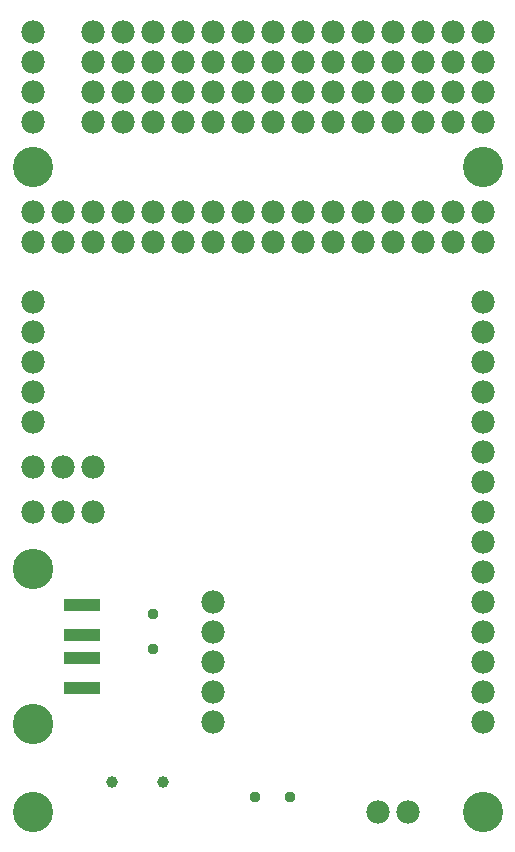
<source format=gbs>
G75*
G70*
%OFA0B0*%
%FSLAX24Y24*%
%IPPOS*%
%LPD*%
%AMOC8*
5,1,8,0,0,1.08239X$1,22.5*
%
%ADD10C,0.0394*%
%ADD11C,0.0780*%
%ADD12C,0.1350*%
%ADD13R,0.1221X0.0394*%
%ADD14C,0.0375*%
%ADD15C,0.1340*%
D10*
X006819Y002232D03*
X008551Y002232D03*
D11*
X010185Y004232D03*
X010185Y005232D03*
X010185Y006232D03*
X010185Y007232D03*
X010185Y008232D03*
X006185Y011232D03*
X005185Y011232D03*
X004185Y011232D03*
X004185Y012732D03*
X005185Y012732D03*
X006185Y012732D03*
X004185Y014232D03*
X004185Y015232D03*
X004185Y016232D03*
X004185Y017232D03*
X004185Y018232D03*
X004185Y020232D03*
X004185Y021232D03*
X005185Y021232D03*
X005185Y020232D03*
X006185Y020232D03*
X006185Y021232D03*
X007185Y021232D03*
X007185Y020232D03*
X008185Y020232D03*
X008185Y021232D03*
X009185Y021232D03*
X009185Y020232D03*
X010185Y020232D03*
X010185Y021232D03*
X011185Y021232D03*
X011185Y020232D03*
X012185Y020232D03*
X012185Y021232D03*
X013185Y021232D03*
X013185Y020232D03*
X014185Y020232D03*
X014185Y021232D03*
X015185Y021232D03*
X015185Y020232D03*
X016185Y020232D03*
X016185Y021232D03*
X017185Y021232D03*
X017185Y020232D03*
X018185Y020232D03*
X018185Y021232D03*
X019185Y021232D03*
X019185Y020232D03*
X019185Y018232D03*
X019185Y017232D03*
X019185Y016232D03*
X019185Y015232D03*
X019185Y014232D03*
X019185Y013232D03*
X019185Y012232D03*
X019185Y011232D03*
X019185Y010232D03*
X019185Y009232D03*
X019185Y008232D03*
X019185Y007232D03*
X019185Y006232D03*
X019185Y005232D03*
X019185Y004232D03*
X016685Y001232D03*
X015685Y001232D03*
X016185Y024232D03*
X016185Y025232D03*
X016185Y026232D03*
X016185Y027232D03*
X017185Y027232D03*
X017185Y026232D03*
X018185Y026232D03*
X018185Y027232D03*
X019185Y027232D03*
X019185Y026232D03*
X019185Y025232D03*
X019185Y024232D03*
X018185Y024232D03*
X018185Y025232D03*
X017185Y025232D03*
X017185Y024232D03*
X015185Y024232D03*
X015185Y025232D03*
X015185Y026232D03*
X015185Y027232D03*
X014185Y027232D03*
X014185Y026232D03*
X014185Y025232D03*
X014185Y024232D03*
X013185Y024232D03*
X013185Y025232D03*
X013185Y026232D03*
X013185Y027232D03*
X012185Y027232D03*
X012185Y026232D03*
X011185Y026232D03*
X011185Y027232D03*
X010185Y027232D03*
X010185Y026232D03*
X010185Y025232D03*
X010185Y024232D03*
X011185Y024232D03*
X011185Y025232D03*
X012185Y025232D03*
X012185Y024232D03*
X009185Y024232D03*
X009185Y025232D03*
X009185Y026232D03*
X009185Y027232D03*
X008185Y027232D03*
X008185Y026232D03*
X008185Y025232D03*
X008185Y024232D03*
X007185Y024232D03*
X007185Y025232D03*
X007185Y026232D03*
X007185Y027232D03*
X006185Y027232D03*
X006185Y026232D03*
X006185Y025232D03*
X006185Y024232D03*
X004185Y024232D03*
X004185Y025232D03*
X004185Y026232D03*
X004185Y027232D03*
D12*
X004185Y009317D03*
X004185Y009317D03*
X004185Y004147D03*
X004185Y004147D03*
D13*
X005843Y005354D03*
X005843Y006338D03*
X005843Y007126D03*
X005843Y008110D03*
D14*
X008185Y007822D03*
X008185Y006641D03*
X011594Y001732D03*
X012775Y001732D03*
D15*
X004185Y001232D03*
X019185Y001232D03*
X019185Y022732D03*
X004185Y022732D03*
M02*

</source>
